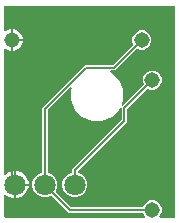
<source format=gbr>
G04 EAGLE Gerber RS-274X export*
G75*
%MOMM*%
%FSLAX34Y34*%
%LPD*%
%INTop Copper*%
%IPPOS*%
%AMOC8*
5,1,8,0,0,1.08239X$1,22.5*%
G01*
G04 Define Apertures*
%ADD10C,1.800000*%
%ADD11C,1.308000*%
%ADD12C,0.152400*%
G36*
X129093Y10220D02*
X128796Y10160D01*
X10922Y10160D01*
X10647Y10211D01*
X10392Y10375D01*
X10220Y10625D01*
X10160Y10922D01*
X10160Y28940D01*
X10207Y29204D01*
X10366Y29462D01*
X10614Y29637D01*
X10910Y29702D01*
X11208Y29647D01*
X11461Y29479D01*
X12623Y28317D01*
X16865Y26560D01*
X18398Y26560D01*
X18398Y49640D01*
X16865Y49640D01*
X12623Y47883D01*
X11461Y46721D01*
X11241Y46568D01*
X10946Y46498D01*
X10647Y46549D01*
X10392Y46712D01*
X10220Y46962D01*
X10160Y47260D01*
X10160Y152459D01*
X10207Y152723D01*
X10366Y152981D01*
X10614Y153156D01*
X10910Y153221D01*
X11208Y153166D01*
X11461Y152998D01*
X11557Y152902D01*
X14894Y151520D01*
X15938Y151520D01*
X15938Y169680D01*
X14894Y169680D01*
X11557Y168298D01*
X11461Y168202D01*
X11241Y168049D01*
X10946Y167979D01*
X10647Y168030D01*
X10392Y168193D01*
X10220Y168443D01*
X10160Y168741D01*
X10160Y188978D01*
X10211Y189253D01*
X10375Y189508D01*
X10625Y189680D01*
X10922Y189740D01*
X153978Y189740D01*
X154253Y189689D01*
X154508Y189525D01*
X154680Y189275D01*
X154740Y188978D01*
X154740Y10922D01*
X154689Y10647D01*
X154525Y10392D01*
X154275Y10220D01*
X153978Y10160D01*
X142204Y10160D01*
X141941Y10207D01*
X141682Y10366D01*
X141507Y10614D01*
X141442Y10910D01*
X141498Y11208D01*
X141665Y11461D01*
X142336Y12132D01*
X143564Y15096D01*
X143564Y18304D01*
X142336Y21268D01*
X140068Y23536D01*
X137104Y24764D01*
X133896Y24764D01*
X130932Y23536D01*
X128664Y21268D01*
X127913Y19456D01*
X127757Y19218D01*
X127507Y19046D01*
X127209Y18986D01*
X67223Y18986D01*
X66937Y19042D01*
X66684Y19209D01*
X53922Y31971D01*
X53761Y32207D01*
X53699Y32504D01*
X53756Y32802D01*
X55084Y36007D01*
X55084Y40193D01*
X53482Y44061D01*
X50521Y47022D01*
X47316Y48349D01*
X47078Y48506D01*
X46906Y48756D01*
X46846Y49053D01*
X46846Y101114D01*
X46902Y101400D01*
X47069Y101653D01*
X65881Y120465D01*
X66095Y120615D01*
X66389Y120687D01*
X66689Y120639D01*
X66945Y120477D01*
X67119Y120229D01*
X67182Y119932D01*
X67124Y119634D01*
X66740Y118708D01*
X66740Y109892D01*
X70114Y101747D01*
X76347Y95514D01*
X84492Y92140D01*
X93308Y92140D01*
X101453Y95514D01*
X107686Y101747D01*
X108070Y102674D01*
X108210Y102894D01*
X108455Y103074D01*
X108750Y103144D01*
X109049Y103093D01*
X109304Y102929D01*
X109476Y102679D01*
X109536Y102382D01*
X109536Y93368D01*
X109480Y93082D01*
X109313Y92829D01*
X67674Y51190D01*
X67674Y49053D01*
X67621Y48773D01*
X67455Y48519D01*
X67204Y48349D01*
X63999Y47022D01*
X61038Y44061D01*
X59436Y40193D01*
X59436Y36007D01*
X61038Y32139D01*
X63999Y29178D01*
X67867Y27576D01*
X72053Y27576D01*
X75921Y29178D01*
X78882Y32139D01*
X80484Y36007D01*
X80484Y40193D01*
X78882Y44061D01*
X75921Y47022D01*
X72768Y48328D01*
X72538Y48476D01*
X72362Y48724D01*
X72297Y49020D01*
X72353Y49318D01*
X72520Y49571D01*
X114108Y91158D01*
X114108Y101759D01*
X114164Y102045D01*
X114331Y102298D01*
X131254Y119221D01*
X131490Y119382D01*
X131787Y119444D01*
X132084Y119386D01*
X133896Y118636D01*
X137104Y118636D01*
X140068Y119864D01*
X142336Y122132D01*
X143564Y125096D01*
X143564Y128304D01*
X142336Y131268D01*
X140068Y133536D01*
X137104Y134764D01*
X133896Y134764D01*
X130932Y133536D01*
X128664Y131268D01*
X127436Y128304D01*
X127436Y125096D01*
X128186Y123284D01*
X128244Y123005D01*
X128189Y122707D01*
X128021Y122454D01*
X110658Y105091D01*
X110444Y104941D01*
X110150Y104868D01*
X109850Y104917D01*
X109594Y105078D01*
X109420Y105327D01*
X109357Y105624D01*
X109415Y105921D01*
X111060Y109892D01*
X111060Y118708D01*
X107686Y126853D01*
X101453Y133086D01*
X100526Y133470D01*
X100306Y133610D01*
X100126Y133855D01*
X100056Y134150D01*
X100107Y134449D01*
X100271Y134704D01*
X100521Y134876D01*
X100818Y134936D01*
X104269Y134936D01*
X122454Y153121D01*
X122690Y153282D01*
X122987Y153344D01*
X123284Y153286D01*
X125096Y152536D01*
X128304Y152536D01*
X131268Y153764D01*
X133536Y156032D01*
X134764Y158996D01*
X134764Y162204D01*
X133536Y165168D01*
X131268Y167436D01*
X128304Y168664D01*
X125096Y168664D01*
X122132Y167436D01*
X119864Y165168D01*
X118636Y162204D01*
X118636Y158996D01*
X119386Y157184D01*
X119444Y156905D01*
X119389Y156607D01*
X119221Y156354D01*
X102598Y139731D01*
X102357Y139568D01*
X102059Y139508D01*
X78458Y139508D01*
X42274Y103324D01*
X42274Y49053D01*
X42221Y48773D01*
X42055Y48519D01*
X41804Y48349D01*
X38599Y47022D01*
X35638Y44061D01*
X34036Y40193D01*
X34036Y36007D01*
X35638Y32139D01*
X38599Y29178D01*
X42467Y27576D01*
X46653Y27576D01*
X49858Y28904D01*
X50138Y28961D01*
X50436Y28906D01*
X50689Y28738D01*
X65013Y14414D01*
X127209Y14414D01*
X127490Y14361D01*
X127744Y14195D01*
X127913Y13944D01*
X128664Y12132D01*
X129335Y11461D01*
X129488Y11241D01*
X129558Y10946D01*
X129507Y10647D01*
X129344Y10392D01*
X129093Y10220D01*
G37*
%LPC*%
G36*
X17462Y161362D02*
X25780Y161362D01*
X25780Y162406D01*
X24398Y165743D01*
X21843Y168298D01*
X18506Y169680D01*
X17462Y169680D01*
X17462Y161362D01*
G37*
G36*
X17462Y151520D02*
X18506Y151520D01*
X21843Y152902D01*
X24398Y155457D01*
X25780Y158794D01*
X25780Y159838D01*
X17462Y159838D01*
X17462Y151520D01*
G37*
G36*
X19922Y38862D02*
X30700Y38862D01*
X30700Y40395D01*
X28943Y44637D01*
X25697Y47883D01*
X21455Y49640D01*
X19922Y49640D01*
X19922Y38862D01*
G37*
G36*
X19922Y26560D02*
X21455Y26560D01*
X25697Y28317D01*
X28943Y31563D01*
X30700Y35805D01*
X30700Y37338D01*
X19922Y37338D01*
X19922Y26560D01*
G37*
%LPD*%
D10*
X19160Y38100D03*
X69960Y38100D03*
X44560Y38100D03*
D11*
X135500Y126700D03*
X135500Y16700D03*
X126700Y160600D03*
X16700Y160600D03*
D12*
X111822Y103022D02*
X135500Y126700D01*
X111822Y103022D02*
X111822Y92105D01*
X69960Y50243D02*
X69960Y38100D01*
X69960Y50243D02*
X111822Y92105D01*
X135500Y16700D02*
X65960Y16700D01*
X44560Y38100D01*
X103322Y137222D02*
X126700Y160600D01*
X103322Y137222D02*
X79405Y137222D01*
X44560Y102377D01*
X44560Y38100D01*
X16700Y40560D02*
X16700Y160600D01*
X16700Y40560D02*
X19160Y38100D01*
M02*

</source>
